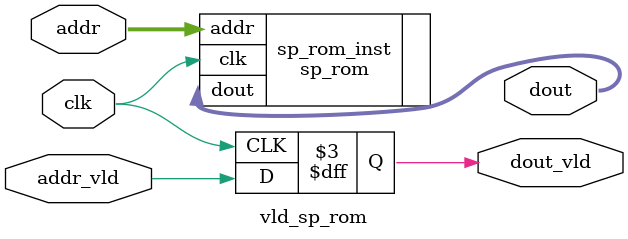
<source format=v>

`timescale 1 ns / 10 ps  // time-unit = 1 ns, precision = 10 ps

module vld_sp_rom #(
    parameter integer DATA_WIDTH = 32,
    parameter integer ADDR_WIDTH = 12,
    parameter MEM_INIT = "mem_init.mem"  // verilog_lint: waive explicit-parameter-storage-type
) (
    input                       clk,
    input                       addr_vld,
    input      [ADDR_WIDTH-1:0] addr,
    output reg                  dout_vld,
    output     [DATA_WIDTH-1:0] dout
);

    initial begin
        dout_vld = 1'b0;
    end

    always @(posedge clk) begin
        dout_vld <= addr_vld;
    end

    sp_rom #(
        .DATA_WIDTH(DATA_WIDTH),
        .ADDR_WIDTH(ADDR_WIDTH),
        .MEM_INIT  (MEM_INIT)
    ) sp_rom_inst (
        .clk (clk),
        .addr(addr),
        .dout(dout)
    );

endmodule

</source>
